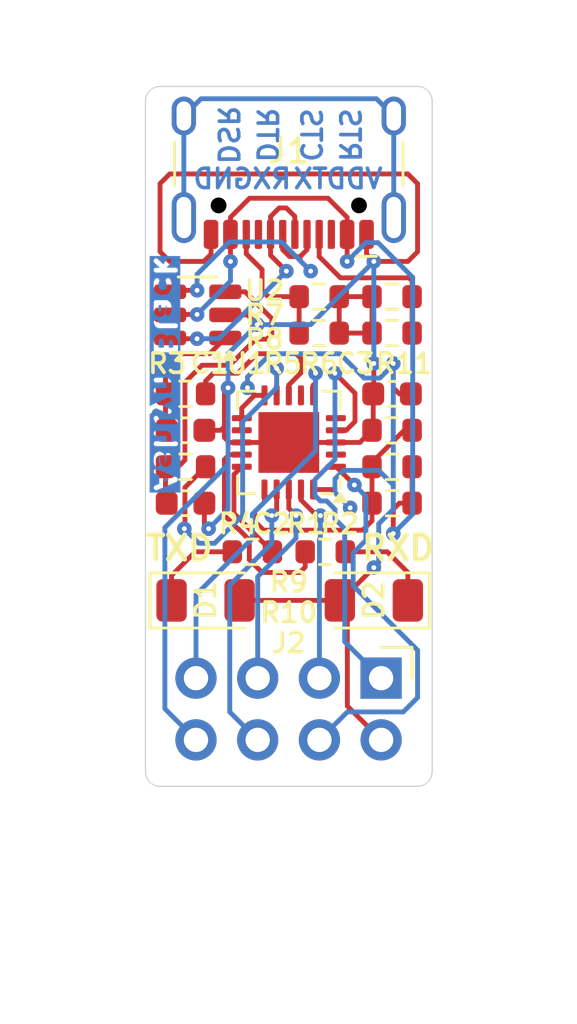
<source format=kicad_pcb>
(kicad_pcb (version 20240108) (generator "pcbnew") (generator_version "8.0")
  (title_block (title "USB to SIO Transceiver") (date "2024-07-09") (rev "0") (company "Ashlyn Black"))
  (layers (0 "F.Cu" signal) (31 "B.Cu" signal) (34 "B.Paste" user) (35 "F.Paste" user) (36 "B.SilkS" user "B.Silkscreen") (37 "F.SilkS" user "F.Silkscreen") (38 "B.Mask" user) (39 "F.Mask" user) (44 "Edge.Cuts" user))
  (net 0 "")
  (net 1 "GND")
  (net 2 "VCC")
  (net 3 "Net-(C2-Pad1)")
  (net 4 "Net-(D1-K)")
  (net 5 "Net-(D2-K)")
  (net 6 "Net-(J1-CC1)")
  (net 7 "Net-(J1-D+-PadA6)")
  (net 8 "VBUS")
  (net 9 "Net-(J1-D--PadA7)")
  (net 12 "Net-(J1-CC2)")
  (net 13 "unconnected-(J1-SHIELD-PadS1)_1")
  (net 14 "/RXD")
  (net 15 "/RTS")
  (net 16 "/CTS")
  (net 17 "/TXD")
  (net 18 "/DTR")
  (net 19 "/DSR")
  (net 20 "Net-(U1-CBUS0)")
  (net 21 "Net-(U1-CBUS1)")
  (net 22 "Net-(U1-USBDP)")
  (net 23 "Net-(U1-USBDM)")
  (net 24 "Net-(U1-CBUS3)")
  (net 28 "Net-(C1-Pad1)")
  (footprint "Resistor_SMD:R_0603_1608Metric" (layer "F.Cu") (at 156.75 110.75)
    (property "Reference" "R2")
    (property "Value" "10kΩ")
  )
  (footprint "Resistor_SMD:R_0603_1608Metric" (layer "F.Cu") (at 156.75 109.25)
    (property "Reference" "R1")
    (property "Value" "10kΩ")
  )
  (footprint "Connector_USB:USB_C_Receptacle_HCTL_HC-TYPE-C-16P-01A" (layer "F.Cu") (at 152.5 95.89 180)
    (property "Reference" "J1")
    (property "Value" "USB_C_Receptacle_USB2.0_16P")
  )
  (footprint "Resistor_SMD:R_0603_1608Metric" (layer "F.Cu") (at 154 112.75)
    (property "Reference" "R9")
    (property "Value" "220Ω")
  )
  (footprint "Resistor_SMD:R_0603_1608Metric" (layer "F.Cu") (at 156.75 107.75)
    (property "Reference" "R11")
    (property "Value" "10kΩ")
  )
  (footprint "Resistor_SMD:R_0603_1608Metric" (layer "F.Cu") (at 153.75 103.75)
    (property "Reference" "R8")
    (property "Value" "10kΩ")
  )
  (footprint "Resistor_SMD:R_0603_1608Metric" (layer "F.Cu") (at 153.75 102.25)
    (property "Reference" "R7")
    (property "Value" "10kΩ")
  )
  (footprint "Capacitor_SMD:C_0603_1608Metric" (layer "F.Cu") (at 148.25 110.75)
    (property "Reference" "C2")
    (property "Value" "47pF")
  )
  (footprint "Resistor_SMD:R_0603_1608Metric" (layer "F.Cu") (at 148.25 109.25)
    (property "Reference" "R4")
    (property "Value" "27Ω")
  )
  (footprint "Resistor_SMD:R_0603_1608Metric" (layer "F.Cu") (at 156.75 102.25 180)
    (property "Reference" "R5")
    (property "Value" "10kΩ")
  )
  (footprint "LED_SMD:LED_1206_3216Metric" (layer "F.Cu") (at 156 114.75 180)
    (property "Reference" "D2")
    (property "Value" "LED_Filled")
  )
  (footprint "Resistor_SMD:R_0603_1608Metric" (layer "F.Cu") (at 148.25 106.25)
    (property "Reference" "R3")
    (property "Value" "27Ω")
  )
  (footprint "Resistor_SMD:R_0603_1608Metric" (layer "F.Cu") (at 156.75 103.75 180)
    (property "Reference" "R6")
    (property "Value" "10kΩ")
  )
  (footprint "Connector_PinHeader_2.54mm:PinHeader_2x04_P2.54mm_Horizontal" (layer "F.Cu") (at 156.3 117.95 -90)
    (property "Reference" "J2")
    (property "Value" "Conn_02x04_Odd_Even")
  )
  (footprint "Package_TO_SOT_SMD:SOT-23-6" (layer "F.Cu") (at 148.75 103 180)
    (property "Reference" "U2")
    (property "Value" "USBLC6-2SC6")
  )
  (footprint "Capacitor_SMD:C_0603_1608Metric" (layer "F.Cu") (at 148.25 107.75)
    (property "Reference" "C1")
    (property "Value" "47pF")
  )
  (footprint "Package_DFN_QFN:QFN-20-1EP_4x4mm_P0.5mm_EP2.5x2.5mm" (layer "F.Cu") (at 152.5 108.25 180)
    (property "Reference" "U1")
    (property "Value" "FT231XQ")
  )
  (footprint "Resistor_SMD:R_0603_1608Metric" (layer "F.Cu") (at 151 112.75 180)
    (property "Reference" "R10")
    (property "Value" "220Ω")
  )
  (footprint "Capacitor_SMD:C_0603_1608Metric" (layer "F.Cu") (at 156.75 106.25 180)
    (property "Reference" "C3")
    (property "Value" "10µF")
  )
  (footprint "LED_SMD:LED_1206_3216Metric" (layer "F.Cu") (at 149.075 114.75)
    (property "Reference" "D1")
    (property "Value" "LED_Filled")
  )
  (gr_poly (pts (xy 148.040039 110.312653) (xy 146.770874 110.312653) (xy 146.770874 109.466698) (xy 146.942429 109.466698) (xy 146.956909 109.502876) (xy 146.984818 109.530777) (xy 147.001862 109.539574) (xy 147.169296 109.60881) (xy 147.170334 109.95298) (xy 146.984299 110.031013) (xy 146.95639 110.058922) (xy 146.941925 110.094566) (xy 146.941925 110.13385) (xy 146.956909 110.170021) (xy 146.984299 110.197411) (xy 147.020462 110.212387) (xy 147.059738 110.211884) (xy 147.078339 110.206192) (xy 147.883469 109.868752) (xy 147.895355 109.863579) (xy 147.895355 109.86306) (xy 147.909302 109.849632) (xy 147.922729 109.836189) (xy 147.922729 109.83567) (xy 147.923248 109.83567) (xy 147.929977 109.817589) (xy 147.93721 109.800018) (xy 147.93721 109.760742) (xy 147.929977 109.742661) (xy 147.923248 109.72509) (xy 147.922729 109.724571) (xy 147.909302 109.711128) (xy 147.895355 109.697182) (xy 147.894836 109.696663) (xy 147.878296 109.687881) (xy 147.059738 109.348877) (xy 147.020462 109.348877) (xy 146.984299 109.36335) (xy 146.956909 109.391258) (xy 146.941925 109.42691) (xy 146.941925 109.466187) (xy 146.770874 109.466187) (xy 146.770874 108.875519) (xy 146.93985 108.875519) (xy 146.941925 109.073959) (xy 146.941925 109.085327) (xy 146.942429 109.086357) (xy 146.947601 109.102898) (xy 146.994629 109.215561) (xy 147.0215 109.243462) (xy 147.057678 109.258957) (xy 147.096436 109.259483) (xy 147.132599 109.24501) (xy 147.161026 109.217621) (xy 147.17601 109.181969) (xy 147.176529 109.142693) (xy 147.170334 109.124092) (xy 147.139847 109.049667) (xy 147.138809 108.897751) (xy 147.157928 108.847618) (xy 147.173431 108.837799) (xy 147.187912 108.846588) (xy 147.207031 108.891541) (xy 147.209091 109.027451) (xy 147.209091 109.037788) (xy 147.20961 109.038818) (xy 147.214249 109.055359) (xy 147.251968 109.145279) (xy 147.254044 109.154579) (xy 147.258179 109.160263) (xy 147.261292 109.168533) (xy 147.269028 109.177322) (xy 147.27626 109.187653) (xy 147.286606 109.195396) (xy 147.288666 109.197472) (xy 147.289703 109.19799) (xy 147.291763 109.20005) (xy 147.361008 109.241386) (xy 147.364639 109.245529) (xy 147.373932 109.249657) (xy 147.384781 109.255348) (xy 147.392532 109.256378) (xy 147.400803 109.259483) (xy 147.420441 109.261551) (xy 147.424072 109.261551) (xy 147.451447 109.260513) (xy 147.455582 109.261551) (xy 147.463333 109.260513) (xy 147.477798 109.260002) (xy 147.48555 109.256897) (xy 147.49382 109.255859) (xy 147.511398 109.247078) (xy 147.513458 109.24501) (xy 147.582199 109.200569) (xy 147.589951 109.196442) (xy 147.595108 109.191269) (xy 147.601822 109.186623) (xy 147.60907 109.176277) (xy 147.61734 109.167503) (xy 147.623016 109.155609) (xy 147.624039 109.153542) (xy 147.624557 109.15303) (xy 147.625595 109.149933) (xy 147.665909 109.043991) (xy 147.669006 109.036758) (xy 147.669006 109.034691) (xy 147.671082 109.017639) (xy 147.669006 108.865189) (xy 147.669006 108.85537) (xy 147.668488 108.85434) (xy 147.66333 108.837799) (xy 147.616287 108.725151) (xy 147.588898 108.697243) (xy 147.553253 108.68174) (xy 147.513977 108.681221) (xy 147.477798 108.695686) (xy 147.44989 108.723084) (xy 147.434921 108.758743) (xy 147.434387 108.798012) (xy 147.440079 108.816612) (xy 147.471085 108.891029) (xy 147.472122 108.995407) (xy 147.453003 109.045021) (xy 147.4375 109.055359) (xy 147.423019 109.046059) (xy 147.4039 109.001099) (xy 147.40184 108.865189) (xy 147.40184 108.854851) (xy 147.401321 108.85434) (xy 147.396667 108.83728) (xy 147.358948 108.747368) (xy 147.356888 108.738579) (xy 147.352737 108.732384) (xy 147.34964 108.724632) (xy 147.341888 108.716362) (xy 147.334671 108.706543) (xy 147.324844 108.698273) (xy 147.322769 108.696716) (xy 147.321747 108.696213) (xy 147.319672 108.694138) (xy 147.250427 108.652283) (xy 147.246292 108.648148) (xy 147.237503 108.644531) (xy 147.226151 108.637299) (xy 147.218384 108.636261) (xy 147.210632 108.633163) (xy 147.19101 108.631104) (xy 147.187912 108.631607) (xy 147.187378 108.631607) (xy 147.159988 108.632652) (xy 147.155869 108.631607) (xy 147.148102 108.632652) (xy 147.133636 108.632652) (xy 147.125885 108.63575) (xy 147.11763 108.63678) (xy 147.100052 108.64608) (xy 147.097992 108.648148) (xy 147.029251 108.692589) (xy 147.0215 108.696716) (xy 147.016342 108.701378) (xy 147.009094 108.706543) (xy 147.00238 108.716362) (xy 146.99411 108.724632) (xy 146.988419 108.736) (xy 146.987396 108.738068) (xy 146.986877 108.739098) (xy 146.98584 108.742203) (xy 146.945541 108.848137) (xy 146.942429 108.854851) (xy 146.942429 108.857437) (xy 146.940369 108.874489) (xy 146.770874 108.874489) (xy 146.770874 107.854919) (xy 146.942429 107.854919) (xy 146.942429 107.894188) (xy 146.957428 107.929848) (xy 146.984818 107.957748) (xy 147.020981 107.97274) (xy 147.0401 107.9748) (xy 147.428711 107.97274) (xy 147.455063 107.988243) (xy 147.473679 108.033722) (xy 147.474701 108.1381) (xy 147.450409 108.20166) (xy 147.448349 108.203728) (xy 147.019958 108.204758) (xy 146.98378 108.219749) (xy 146.95639 108.247139) (xy 146.941406 108.28331) (xy 146.941406 108.322067) (xy 146.95639 108.358238) (xy 146.98378 108.386147) (xy 147.019958 108.40062) (xy 147.039581 108.402687) (xy 147.48555 108.401649) (xy 147.487625 108.402687) (xy 147.49382 108.401649) (xy 147.858139 108.401138) (xy 147.894318 108.386147) (xy 147.922226 108.358238) (xy 147.93721 108.322594) (xy 147.93721 108.28331) (xy 147.922226 108.247139) (xy 147.894318 108.219749) (xy 147.858139 108.204758) (xy 147.83902 108.202698) (xy 147.660736 108.203209) (xy 147.666946 108.186157) (xy 147.670044 108.179443) (xy 147.670044 108.177383) (xy 147.672104 108.159813) (xy 147.670044 108.007881) (xy 147.670044 107.997543) (xy 147.669525 107.996513) (xy 147.664871 107.979973) (xy 147.627151 107.89006) (xy 147.625092 107.880753) (xy 147.620941 107.875069) (xy 147.617844 107.866798) (xy 147.610092 107.858017) (xy 147.60286 107.847679) (xy 147.592529 107.839928) (xy 147.590454 107.83786) (xy 147.589432 107.837349) (xy 147.587357 107.835281) (xy 147.518112 107.793938) (xy 147.514496 107.789803) (xy 147.505188 107.785667) (xy 147.494339 107.779984) (xy 147.486588 107.778954) (xy 147.478317 107.775848) (xy 147.458679 107.773781) (xy 147.020462 107.775848) (xy 146.984299 107.79084) (xy 146.956909 107.81823) (xy 146.941925 107.854401) (xy 146.770874 107.854401) (xy 146.770874 107.273041) (xy 146.939331 107.273041) (xy 146.941406 107.273041) (xy 146.946579 107.29216) (xy 146.984299 107.38208) (xy 146.98584 107.390862) (xy 146.989975 107.397057) (xy 146.993073 107.404808) (xy 147.000839 107.414124) (xy 147.008072 107.423927) (xy 147.018402 107.432198) (xy 147.020462 107.433746) (xy 147.0215 107.434792) (xy 147.02356 107.436851) (xy 147.092819 107.478188) (xy 147.096436 107.48233) (xy 147.105728 107.485947) (xy 147.116577 107.493179) (xy 147.124329 107.494209) (xy 147.132599 107.497307) (xy 147.152252 107.499382) (xy 147.857101 107.497307) (xy 147.89328 107.48233) (xy 147.921188 107.454941) (xy 147.935654 107.41877) (xy 147.935654 107.379494) (xy 147.921188 107.343323) (xy 147.89328 107.315933) (xy 147.857101 107.300941) (xy 147.837982 107.298882) (xy 147.182739 107.300941) (xy 147.156372 107.285439) (xy 147.12175 107.201729) (xy 147.09436 107.17382) (xy 147.058701 107.158318) (xy 147.01944 107.157799) (xy 146.983261 107.172272) (xy 146.955353 107.199661) (xy 146.93985 107.235832) (xy 146.939331 107.273041) (xy 146.770874 107.273041) (xy 146.770874 107.068916) (xy 146.79155 107.068398) (xy 146.827713 107.052902) (xy 146.855103 107.024986) (xy 146.863892 107.007942) (xy 146.89386 106.928871) (xy 146.909882 106.908203) (xy 147.038559 106.842056) (xy 147.549118 107.067879) (xy 147.587875 107.068916) (xy 147.624557 107.054962) (xy 147.652481 107.028091) (xy 147.668488 106.99295) (xy 147.669525 106.953682) (xy 147.655579 106.917503) (xy 147.628708 106.889076) (xy 147.611649 106.878754) (xy 147.280914 106.732498) (xy 147.628708 106.575409) (xy 147.655579 106.547501) (xy 147.669525 106.510811) (xy 147.668488 106.472054) (xy 147.652481 106.436401) (xy 147.624557 106.409531) (xy 147.587875 106.395569) (xy 147.549118 106.396606) (xy 147.530518 106.40229) (xy 147.013229 106.635353) (xy 147.011169 106.635353) (xy 146.993073 106.642593) (xy 146.817902 106.731468) (xy 146.816864 106.731987) (xy 146.806015 106.737671) (xy 146.785858 106.748009) (xy 146.784821 106.749039) (xy 146.782761 106.750069) (xy 146.770874 106.762482) (xy 146.770874 105.663322) (xy 146.93985 105.663322) (xy 146.93985 105.702591) (xy 146.954834 105.73877) (xy 146.982224 105.766151) (xy 147.018402 105.781143) (xy 147.03804 105.783211) (xy 147.426651 105.781143) (xy 147.452484 105.796638) (xy 147.471603 105.842117) (xy 147.472641 105.946503) (xy 147.448349 106.010071) (xy 147.447311 106.012131) (xy 147.018402 106.013168) (xy 146.982224 106.028152) (xy 146.954834 106.055542) (xy 146.93985 106.091721) (xy 146.93985 106.13047) (xy 146.954834 106.166649) (xy 146.982224 106.19455) (xy 147.018402 106.209541) (xy 147.03804 106.21109) (xy 147.482452 106.209541) (xy 147.486588 106.210052) (xy 147.497452 106.209541) (xy 147.590973 106.209023) (xy 147.626633 106.194031) (xy 147.654541 106.166649) (xy 147.669525 106.13047) (xy 147.669525 106.091202) (xy 147.654541 106.055542) (xy 147.646271 106.047272) (xy 147.666428 105.99456) (xy 147.669525 105.987846) (xy 147.669525 105.986809) (xy 147.670044 105.986298) (xy 147.670044 105.98526) (xy 147.6716 105.968208) (xy 147.670044 105.815758) (xy 147.670044 105.806976) (xy 147.669525 105.805939) (xy 147.669525 105.804909) (xy 147.664352 105.787857) (xy 147.626633 105.698463) (xy 147.624557 105.689163) (xy 147.620438 105.682953) (xy 147.61734 105.675201) (xy 147.609573 105.66642) (xy 147.602341 105.656082) (xy 147.59201 105.648331) (xy 147.589951 105.646263) (xy 147.589432 105.645752) (xy 147.587357 105.643677) (xy 147.518112 105.602341) (xy 147.513977 105.598213) (xy 147.504669 105.59407) (xy 147.49382 105.587868) (xy 147.486069 105.587349) (xy 147.477798 105.584251) (xy 147.458679 105.582191) (xy 147.019958 105.584251) (xy 146.98378 105.599243) (xy 146.95639 105.626633) (xy 146.941406 105.662804) (xy 146.770874 105.662804) (xy 146.770874 104.066002) (xy 146.939331 104.066002) (xy 146.941406 104.463387) (xy 146.95639 104.499557) (xy 146.98378 104.527473) (xy 147.019958 104.542458) (xy 147.039581 104.544006) (xy 147.859177 104.542458) (xy 147.894836 104.527473) (xy 147.922729 104.499557) (xy 147.937729 104.463387) (xy 147.939789 104.444267) (xy 147.937729 104.10527) (xy 147.937729 104.091316) (xy 147.93721 104.090286) (xy 147.932037 104.073753) (xy 147.892761 103.980217) (xy 147.890182 103.96936) (xy 147.886047 103.963676) (xy 147.88501 103.961609) (xy 147.88295 103.959549) (xy 147.878815 103.953339) (xy 147.83696 103.90374) (xy 147.831268 103.89547) (xy 147.828171 103.893921) (xy 147.827133 103.892883) (xy 147.825073 103.891853) (xy 147.816284 103.884621) (xy 147.74704 103.843269) (xy 147.742905 103.839142) (xy 147.734116 103.835007) (xy 147.723267 103.828293) (xy 147.714996 103.827248) (xy 147.707245 103.82415) (xy 147.687622 103.82209) (xy 147.684509 103.82209) (xy 147.619919 103.82312) (xy 147.614227 103.82209) (xy 147.603897 103.82415) (xy 147.590973 103.82415) (xy 147.583221 103.827248) (xy 147.574951 103.828293) (xy 147.557388 103.837593) (xy 147.555313 103.839661) (xy 147.48143 103.887718) (xy 147.456619 103.857742) (xy 147.450928 103.849991) (xy 147.44783 103.847923) (xy 147.446793 103.846893) (xy 147.444733 103.845863) (xy 147.435944 103.839142) (xy 147.36618 103.797279) (xy 147.362564 103.793152) (xy 147.353271 103.789528) (xy 147.342407 103.783333) (xy 147.334671 103.782303) (xy 147.326401 103.779198) (xy 147.306747 103.777641) (xy 147.201859 103.77816) (xy 147.196167 103.777641) (xy 147.185837 103.779198) (xy 147.173431 103.779709) (xy 147.16568 103.782806) (xy 147.15741 103.783852) (xy 147.139847 103.792633) (xy 147.13829 103.794701) (xy 147.137772 103.794701) (xy 147.062851 103.843269) (xy 147.053024 103.848442) (xy 147.049927 103.85154) (xy 147.048889 103.852577) (xy 147.047852 103.854637) (xy 147.0401 103.862389) (xy 147.002899 103.910973) (xy 146.996185 103.917686) (xy 146.993073 103.923889) (xy 146.991013 103.925957) (xy 146.990494 103.928017) (xy 146.987396 103.933708) (xy 146.947083 104.039642) (xy 146.943985 104.046883) (xy 146.943985 104.047401) (xy 146.943481 104.047913) (xy 146.943481 104.04895) (xy 146.941925 104.066002) (xy 146.939331 104.066002) (xy 146.770874 104.066002) (xy 146.770874 103.32238) (xy 146.941406 103.32238) (xy 146.943481 103.32238) (xy 146.948639 103.341499) (xy 146.98584 103.431412) (xy 146.987915 103.440201) (xy 146.99205 103.446403) (xy 146.995148 103.454147) (xy 147.002899 103.463448) (xy 147.010132 103.473267) (xy 147.020462 103.481537) (xy 147.022537 103.483612) (xy 147.023056 103.484123) (xy 147.025116 103.485672) (xy 147.09436 103.527527) (xy 147.098495 103.53167) (xy 147.107803 103.535278) (xy 147.118652 103.542519) (xy 147.126404 103.543549) (xy 147.134674 103.546654) (xy 147.153793 103.548721) (xy 147.859177 103.546654) (xy 147.895355 103.53167) (xy 147.922729 103.503761) (xy 147.937729 103.468102) (xy 147.937729 103.428833) (xy 147.922729 103.392662) (xy 147.895355 103.365273) (xy 147.859177 103.350281) (xy 147.839539 103.348213) (xy 147.184799 103.350281) (xy 147.158447 103.334259) (xy 147.123306 103.25106) (xy 147.096436 103.22316) (xy 147.060257 103.207649) (xy 147.0215 103.207649) (xy 146.985321 103.221611) (xy 146.957428 103.248993) (xy 146.941925 103.285172) (xy 146.941406 103.32238) (xy 146.770874 103.32238) (xy 146.770874 102.591148) (xy 146.93985 102.591148) (xy 146.941925 102.836617) (xy 146.941406 102.847992) (xy 146.941925 102.848503) (xy 146.941925 102.849022) (xy 146.942429 102.850052) (xy 146.947083 102.866592) (xy 146.984818 102.956512) (xy 146.986877 102.965813) (xy 146.991013 102.971489) (xy 146.993591 102.979759) (xy 147.001862 102.988548) (xy 147.008591 102.99836) (xy 147.018921 103.00663) (xy 147.020981 103.008698) (xy 147.022018 103.009216) (xy 147.024078 103.011276) (xy 147.093338 103.05262) (xy 147.097458 103.056763) (xy 147.106262 103.06089) (xy 147.117111 103.066582) (xy 147.125381 103.067612) (xy 147.133118 103.070709) (xy 147.152771 103.072777) (xy 147.155869 103.072777) (xy 147.220459 103.071739) (xy 147.226151 103.072777) (xy 147.236481 103.070709) (xy 147.24939 103.070709) (xy 147.257141 103.067612) (xy 147.265411 103.066582) (xy 147.28299 103.057281) (xy 147.284531 103.055733) (xy 147.285049 103.055206) (xy 147.35379 103.010773) (xy 147.361542 103.00663) (xy 147.366699 103.001984) (xy 147.373413 102.996811) (xy 147.380661 102.987) (xy 147.388397 102.977692) (xy 147.394608 102.966316) (xy 147.39563 102.964256) (xy 147.39563 102.963219) (xy 147.396667 102.960121) (xy 147.436981 102.854698) (xy 147.440079 102.847473) (xy 147.440079 102.846947) (xy 147.440598 102.846443) (xy 147.440598 102.845398) (xy 147.442657 102.827827) (xy 147.440598 102.612343) (xy 147.443695 102.603561) (xy 147.451447 102.608719) (xy 147.470581 102.653679) (xy 147.471603 102.805611) (xy 147.433365 102.904831) (xy 147.433868 102.943588) (xy 147.449387 102.979759) (xy 147.47728 103.007149) (xy 147.513458 103.021622) (xy 147.552216 103.021103) (xy 147.588394 103.0056) (xy 147.615784 102.977692) (xy 147.624557 102.960121) (xy 147.664871 102.854187) (xy 147.667969 102.847473) (xy 147.667969 102.845398) (xy 147.670044 102.827827) (xy 147.667969 102.629387) (xy 147.668488 102.619057) (xy 147.667969 102.618538) (xy 147.667969 102.618027) (xy 147.66745 102.616989) (xy 147.662811 102.600456) (xy 147.625092 102.510536) (xy 147.623016 102.501244) (xy 147.618881 102.495552) (xy 147.615784 102.487282) (xy 147.608032 102.47953) (xy 147.6008 102.4692) (xy 147.590454 102.461449) (xy 147.588394 102.459381) (xy 147.587357 102.458862) (xy 147.5858 102.456802) (xy 147.516052 102.41494) (xy 147.512421 102.411324) (xy 147.503128 102.407188) (xy 147.492279 102.399948) (xy 147.484528 102.398918) (xy 147.476257 102.396332) (xy 147.457138 102.394272) (xy 147.018402 102.396332) (xy 146.982224 102.410797) (xy 146.954834 102.438713) (xy 146.93985 102.474373) (xy 146.93985 102.513641) (xy 146.951218 102.541031) (xy 146.942947 102.562729) (xy 146.93985 102.569969) (xy 146.93985 102.572029) (xy 146.93779 102.5896) (xy 146.770874 102.5896) (xy 146.770874 101.684753) (xy 146.93779 101.684753) (xy 146.93985 101.883186) (xy 146.93985 101.894562) (xy 146.940369 101.895592) (xy 146.945541 101.912132) (xy 146.984299 102.005661) (xy 146.987396 102.01651) (xy 146.991531 102.022202) (xy 146.99205 102.024261) (xy 146.99411 102.026329) (xy 146.998245 102.032532) (xy 147.0401 102.082138) (xy 147.04631 102.090408) (xy 147.048889 102.091957) (xy 147.049927 102.092987) (xy 147.052002 102.094032) (xy 147.061295 102.101257) (xy 147.130539 102.14312) (xy 147.134155 102.146744) (xy 147.143448 102.150871) (xy 147.154312 102.158112) (xy 147.162064 102.159142) (xy 147.170334 102.16172) (xy 147.189453 102.163788) (xy 147.408051 102.16172) (xy 147.415268 102.163788) (xy 147.425613 102.16172) (xy 147.4375 102.16172) (xy 147.44577 102.158623) (xy 147.453522 102.157593) (xy 147.471085 102.148804) (xy 147.47316 102.146744) (xy 147.54808 102.09816) (xy 147.558426 102.091957) (xy 147.561523 102.08886) (xy 147.562042 102.088341) (xy 147.56308 102.086281) (xy 147.571335 102.078011) (xy 147.608032 102.029953) (xy 147.615265 102.022713) (xy 147.618362 102.017029) (xy 147.620438 102.014961) (xy 147.620941 102.012894) (xy 147.624039 102.005661) (xy 147.664352 101.899719) (xy 147.66745 101.893013) (xy 147.66745 101.890938) (xy 147.669525 101.873367) (xy 147.66745 101.674927) (xy 147.66745 101.663559) (xy 147.666946 101.662529) (xy 147.661774 101.645988) (xy 147.614746 101.53334) (xy 147.587357 101.505432) (xy 147.551712 101.489929) (xy 147.512421 101.48941) (xy 147.476257 101.503883) (xy 147.448349 101.531273) (xy 147.433365 101.566933) (xy 147.432846 101.606201) (xy 147.438538 101.624802) (xy 147.469528 101.699219) (xy 147.470581 101.851151) (xy 147.446289 101.91523) (xy 147.427673 101.939507) (xy 147.389954 101.964317) (xy 147.218384 101.965347) (xy 147.181183 101.942612) (xy 147.162064 101.920387) (xy 147.135712 101.856827) (xy 147.134674 101.704903) (xy 147.172913 101.605682) (xy 147.172394 101.566933) (xy 147.156891 101.530746) (xy 147.128983 101.503372) (xy 147.092819 101.488899) (xy 147.053543 101.48941) (xy 147.017883 101.504921) (xy 146.990494 101.532822) (xy 146.98172 101.550392) (xy 146.940887 101.656326) (xy 146.938309 101.663048) (xy 146.93779 101.664078) (xy 146.93779 101.665108) (xy 146.935715 101.682678) (xy 146.770874 101.682678) (xy 146.770874 100.761292) (xy 146.936752 100.761292) (xy 146.937271 100.761292) (xy 146.938309 100.800568) (xy 146.95433 100.83622) (xy 146.967239 100.850693) (xy 147.192551 101.060501) (xy 147.016342 101.060501) (xy 146.980164 101.075478) (xy 146.952255 101.103394) (xy 146.937271 101.139053) (xy 146.937271 101.178322) (xy 146.952255 101.214493) (xy 146.980164 101.241882) (xy 147.016342 101.256866) (xy 147.035461 101.258942) (xy 147.255081 101.258423) (xy 147.256622 101.258423) (xy 147.854523 101.257393) (xy 147.890701 101.242401) (xy 147.91861 101.215012) (xy 147.933075 101.178841) (xy 147.933075 101.139557) (xy 147.91861 101.103912) (xy 147.890701 101.075996) (xy 147.854523 101.061012) (xy 147.835403 101.058952) (xy 147.470062 101.059982) (xy 147.65712 100.824341) (xy 147.667969 100.786613) (xy 147.664352 100.747864) (xy 147.645233 100.713753) (xy 147.614746 100.689461) (xy 147.577545 100.678612) (xy 147.538788 100.682739) (xy 147.50415 100.701347) (xy 147.490723 100.715302) (xy 147.330017 100.91787) (xy 147.088165 100.693077) (xy 147.052002 100.679131) (xy 147.012711 100.680161) (xy 146.977066 100.696182) (xy 146.950699 100.724602) (xy 146.936752 100.761292) (xy 146.770874 100.761292) (xy 146.770874 100.577843) (xy 148.0354 100.577843)) (stroke (width -0.000001)) (fill solid) (layer "B.Cu"))
  (gr_poly (pts (xy 147.69519 104.0448) (xy 147.713898 104.067101) (xy 147.740402 104.130402) (xy 147.741409 104.347801) (xy 147.558609 104.348305) (xy 147.557602 104.137108) (xy 147.582199 104.072708) (xy 147.6008 104.04821) (xy 147.639206 104.023308) (xy 147.6586 104.022911)) (stroke (width -0.000001)) (fill solid) (layer "B.Cu"))
  (gr_poly (pts (xy 147.582687 109.780502) (xy 147.368286 109.870399) (xy 147.367584 109.691399)) (stroke (width -0.000001)) (fill solid) (layer "B.Cu"))
  (gr_poly (pts (xy 147.246689 102.806) (xy 147.227493 102.856201) (xy 147.203186 102.872002) (xy 147.183884 102.872398) (xy 147.158981 102.857399) (xy 147.140182 102.812401) (xy 147.139175 102.613098) (xy 147.146179 102.594795) (xy 147.245575 102.594292)) (stroke (width -0.000001)) (fill solid) (layer "B.Cu"))
  (gr_poly (pts (xy 147.314285 103.9972) (xy 147.329788 104.015701) (xy 147.35939 104.121803) (xy 147.360397 104.348701) (xy 147.139603 104.349304) (xy 147.138596 104.089607) (xy 147.163193 104.025009) (xy 147.1819 104.00061) (xy 147.220001 103.975807) (xy 147.277206 103.975006)) (stroke (width -0.000001)) (fill solid) (layer "B.Cu"))
  (gr_line (start 158.4 94.2) (end 158.4 121.8) (stroke (width 0.05)) (layer "Edge.Cuts"))
  (gr_arc (start 147.2 122.4) (mid 146.775736 122.224264) (end 146.6 121.8) (stroke (width 0.05)) (layer "Edge.Cuts"))
  (gr_line (start 146.6 121.8) (end 146.6 94.2) (stroke (width 0.05)) (layer "Edge.Cuts"))
  (gr_arc (start 158.4 121.8) (mid 158.224264 122.224264) (end 157.8 122.4) (stroke (width 0.05)) (layer "Edge.Cuts"))
  (gr_line (start 157.8 122.4) (end 147.2 122.4) (stroke (width 0.05)) (layer "Edge.Cuts"))
  (gr_arc (start 146.6 94.2) (mid 146.775736 93.775736) (end 147.2 93.6) (stroke (width 0.05)) (layer "Edge.Cuts"))
  (gr_arc (start 157.8 93.6) (mid 158.224264 93.775736) (end 158.4 94.2) (stroke (width 0.05)) (layer "Edge.Cuts"))
  (gr_line (start 147.2 93.6) (end 157.8 93.6) (stroke (width 0.05)) (layer "Edge.Cuts"))
  (gr_text "GND" (at 149.8 97.4 0) (layer "B.Cu") (effects (font (size 0.8 0.8) (thickness 0.15) (bold yes)) (justify mirror)))
  (gr_text "RTS" (at 155 95.6 270) (layer "B.Cu") (effects (font (size 0.8 0.8) (thickness 0.15) (bold yes)) (justify mirror)))
  (gr_text "DTR" (at 151.6 95.6 270) (layer "B.Cu") (effects (font (size 0.8 0.8) (thickness 0.15) (bold yes)) (justify mirror)))
  (gr_text "DSR" (at 150 95.6 270) (layer "B.Cu") (effects (font (size 0.8 0.8) (thickness 0.15) (bold yes)) (justify mirror)))
  (gr_text "VDD" (at 155.2 97.4 0) (layer "B.Cu") (effects (font (size 0.8 0.8) (thickness 0.15) (bold yes)) (justify mirror)))
  (gr_text "TX" (at 153.4 97.4 0) (layer "B.Cu") (effects (font (size 0.8 0.8) (thickness 0.15) (bold yes)) (justify mirror)))
  (gr_text "CTS" (at 153.4 95.6 270) (layer "B.Cu") (effects (font (size 0.8 0.8) (thickness 0.15) (bold yes)) (justify mirror)))
  (gr_text "RX" (at 151.8 97.4 0) (layer "B.Cu") (effects (font (size 0.8 0.8) (thickness 0.15) (bold yes)) (justify mirror)))
  (gr_text "TXD" (at 148 112.6 0) (layer "F.SilkS") (effects (font (size 1 1) (thickness 0.2) (bold yes))))
  (gr_text "RXD" (at 157 112.6 0) (layer "F.SilkS") (effects (font (size 1 1) (thickness 0.2) (bold yes))))
  (segment (start 157.8 97.6) (end 157.8 100.4) (width 0.2) (layer "F.Cu") (net 1))
  (segment (start 156 100.8) (end 155.7 100.5) (width 0.2) (layer "F.Cu") (net 1))
  (segment (start 149.85 108.05) (end 150.05 108.25) (width 0.2) (layer "F.Cu") (net 1))
  (segment (start 150.8 103) (end 149.8875 103) (width 0.2) (layer "F.Cu") (net 1))
  (segment (start 155.925 103.75) (end 154.575 103.75) (width 0.2) (layer "F.Cu") (net 1))
  (segment (start 149.025 110.75) (end 149.025 111.625) (width 0.2) (layer "F.Cu") (net 1))
  (segment (start 149 100.8) (end 147.6 100.8) (width 0.2) (layer "F.Cu") (net 1))
  (segment (start 155.925 102.25) (end 156.05 102.25) (width 0.2) (layer "F.Cu") (net 1))
  (segment (start 155.975 107.7) (end 155.925 107.75) (width 0.2) (layer "F.Cu") (net 1))
  (segment (start 149.85 106.15) (end 150 106) (width 0.2) (layer "F.Cu") (net 1))
  (segment (start 149.025 107.75) (end 149.7 107.75) (width 0.2) (layer "F.Cu") (net 1))
  (segment (start 149.85 107.6) (end 149.85 108.05) (width 0.2) (layer "F.Cu") (net 1))
  (segment (start 149.7 107.75) (end 149.85 107.6) (width 0.2) (layer "F.Cu") (net 1))
  (segment (start 155.925 102.25) (end 155.925 103.75) (width 0.2) (layer "F.Cu") (net 1))
  (segment (start 154.4375 108.25) (end 152.5 108.25) (width 0.2) (layer "F.Cu") (net 1))
  (segment (start 156 103.825) (end 155.925 103.75) (width 0.2) (layer "F.Cu") (net 1))
  (segment (start 147.6 97.2) (end 157.4 97.2) (width 0.2) (layer "F.Cu") (net 1))
  (segment (start 154.575 103.75) (end 154.575 102.25) (width 0.2) (layer "F.Cu") (net 1))
  (segment (start 147.2 100.4) (end 147.2 97.6) (width 0.2) (layer "F.Cu") (net 1))
  (segment (start 155.925 107.75) (end 155.425 108.25) (width 0.2) (layer "F.Cu") (net 1))
  (segment (start 150.05 108.25) (end 150.5625 108.25) (width 0.2) (layer "F.Cu") (net 1))
  (segment (start 156 105) (end 156 103.825) (width 0.2) (layer "F.Cu") (net 1))
  (segment (start 149.3 100.5) (end 149 100.8) (width 0.2) (layer "F.Cu") (net 1))
  (segment (start 147.6 100.8) (end 147.2 100.4) (width 0.2) (layer "F.Cu") (net 1))
  (segment (start 151.2 103.4) (end 150.8 103) (width 0.2) (layer "F.Cu") (net 1))
  (segment (start 157.4 97.2) (end 157.8 97.6) (width 0.2) (layer "F.Cu") (net 1))
  (segment (start 149.025 111.625) (end 149.2 111.8) (width 0.2) (layer "F.Cu") (net 1))
  (segment (start 157.4 100.8) (end 156 100.8) (width 0.2) (layer "F.Cu") (net 1))
  (segment (start 155.975 106.25) (end 155.975 107.7) (width 0.2) (layer "F.Cu") (net 1))
  (segment (start 150.5625 108.25) (end 152.5 108.25) (width 0.2) (layer "F.Cu") (net 1))
  (segment (start 154.575 102.25) (end 155.925 102.25) (width 0.2) (layer "F.Cu") (net 1))
  (segment (start 155.7 100.5) (end 155.7 99.635) (width 0.2) (layer "F.Cu") (net 1))
  (segment (start 147.2 97.6) (end 147.6 97.2) (width 0.2) (layer "F.Cu") (net 1))
  (segment (start 156 105) (end 156 106.225) (width 0.2) (layer "F.Cu") (net 1))
  (segment (start 157.8 100.4) (end 157.4 100.8) (width 0.2) (layer "F.Cu") (net 1))
  (segment (start 155.425 108.25) (end 154.4375 108.25) (width 0.2) (layer "F.Cu") (net 1))
  (segment (start 149.85 107.6) (end 149.85 106.15) (width 0.2) (layer "F.Cu") (net 1))
  (segment (start 149.3 99.635) (end 149.3 100.5) (width 0.2) (layer "F.Cu") (net 1))
  (segment (start 156 106.225) (end 155.975 106.25) (width 0.2) (layer "F.Cu") (net 1))
  (via (at 150 106) (size 0.6) (drill 0.2) (layers "F.Cu" "B.Cu") (net 1))
  (via (at 149.2 111.8) (size 0.6) (drill 0.2) (layers "F.Cu" "B.Cu") (net 1))
  (via (at 151.2 103.4) (size 0.6) (drill 0.2) (layers "F.Cu" "B.Cu") (net 1))
  (via (at 156 105) (size 0.6) (drill 0.2) (layers "F.Cu" "B.Cu") (net 1))
  (via (at 156 100.8) (size 0.6) (drill 0.2) (layers "F.Cu" "B.Cu") (net 1))
  (segment (start 150 106) (end 150 104.6) (width 0.2) (layer "B.Cu") (net 1))
  (segment (start 153.4 103.4) (end 151.2 103.4) (width 0.2) (layer "B.Cu") (net 1))
  (segment (start 150 108.8) (end 150 109.151471) (width 0.2) (layer "B.Cu") (net 1))
  (segment (start 156 100.8) (end 156 105) (width 0.2) (layer "B.Cu") (net 1))
  (segment (start 150 108.8) (end 150 106) (width 0.2) (layer "B.Cu") (net 1))
  (segment (start 149.2 111.8) (end 150 111) (width 0.2) (layer "B.Cu") (net 1))
  (segment (start 150 104.6) (end 151.2 103.4) (width 0.2) (layer "B.Cu") (net 1))
  (segment (start 147.4 119.21) (end 148.68 120.49) (width 0.2) (layer "B.Cu") (net 1))
  (segment (start 150 109.151471) (end 147.4 111.751471) (width 0.2) (layer "B.Cu") (net 1))
  (segment (start 150 111) (end 150 108.8) (width 0.2) (layer "B.Cu") (net 1))
  (segment (start 153.8 103) (end 153.4 103.4) (width 0.2) (layer "B.Cu") (net 1))
  (segment (start 156 100.8) (end 153.8 103) (width 0.2) (layer "B.Cu") (net 1))
  (segment (start 147.4 111.751471) (end 147.4 119.21) (width 0.2) (layer "B.Cu") (net 1))
  (segment (start 154.6 114.75) (end 154.91 115.06) (width 0.2) (layer "F.Cu") (net 2))
  (segment (start 150.5625 107.25) (end 150.5625 106.8375) (width 0.2) (layer "F.Cu") (net 2))
  (segment (start 154.272564 110.1875) (end 153.5 110.1875) (width 0.2) (layer "F.Cu") (net 2))
  (segment (start 150.475 114.75) (end 154.6 114.75) (width 0.2) (layer "F.Cu") (net 2))
  (segment (start 154.6 114.75) (end 154.65 114.75) (width 0.2) (layer "F.Cu") (net 2))
  (segment (start 150.5625 106.8375) (end 151.0875 106.3125) (width 0.2) (layer "F.Cu") (net 2))
  (segment (start 151.5 106.3125) (end 151.0875 106.3125) (width 0.2) (layer "F.Cu") (net 2))
  (segment (start 151.0875 106.3125) (end 151.0875 106.2875) (width 0.2) (layer "F.Cu") (net 2))
  (segment (start 154.91 115.06) (end 154.91 119.1) (width 0.2) (layer "F.Cu") (net 2))
  (segment (start 157.525 106.25) (end 157.05 106.25) (width 0.2) (layer "F.Cu") (net 2))
  (segment (start 151.0875 106.2875) (end 150.8 106) (width 0.2) (layer "F.Cu") (net 2))
  (segment (start 156.8 106) (end 156.8 105) (width 0.2) (layer "F.Cu") (net 2))
  (segment (start 154.91 119.1) (end 156.3 120.49) (width 0.2) (layer "F.Cu") (net 2))
  (segment (start 154.65 114.75) (end 156 113.4) (width 0.2) (layer "F.Cu") (net 2))
  (segment (start 150.5625 107.25) (end 150.5625 107.75) (width 0.2) (layer "F.Cu") (net 2))
  (segment (start 155.025 110.939936) (end 154.272564 110.1875) (width 0.2) (layer "F.Cu") (net 2))
  (segment (start 157.05 106.25) (end 156.8 106) (width 0.2) (layer "F.Cu") (net 2))
  (via (at 156.8 105) (size 0.6) (drill 0.2) (layers "F.Cu" "B.Cu") (net 2))
  (via (at 155.025 110.939936) (size 0.6) (drill 0.2) (layers "F.Cu" "B.Cu") (net 2))
  (via (at 156 113.4) (size 0.6) (drill 0.2) (layers "F.Cu" "B.Cu") (net 2))
  (via (at 150.8 106) (size 0.6) (drill 0.2) (layers "F.Cu" "B.Cu") (net 2))
  (segment (start 154.751471 109.4) (end 154.4 109.751471) (width 0.2) (layer "B.Cu") (net 2))
  (segment (start 150.8 105.551471) (end 151.751471 104.6) (width 0.2) (layer "B.Cu") (net 2))
  (segment (start 156.8 111) (end 156.2 111.6) (width 0.2) (layer "B.Cu") (net 2))
  (segment (start 156.8 110) (end 156.8 111) (width 0.2) (layer "B.Cu") (net 2))
  (segment (start 151.751471 104.6) (end 154.6 104.6) (width 0.2) (layer "B.Cu") (net 2))
  (segment (start 150.8 106) (end 150.8 105.551471) (width 0.2) (layer "B.Cu") (net 2))
  (segment (start 154.6 104.6) (end 155.6 105.6) (width 0.2) (layer "B.Cu") (net 2))
  (segment (start 156.8 110) (end 156.2 109.4) (width 0.2) (layer "B.Cu") (net 2))
  (segment (start 156.2 113.2) (end 156 113.4) (width 0.2) (layer "B.Cu") (net 2))
  (segment (start 155.6 105.6) (end 156.248529 105.6) (width 0.2) (layer "B.Cu") (net 2))
  (segment (start 154.4 110.314936) (end 155.025 110.939936) (width 0.2) (layer "B.Cu") (net 2))
  (segment (start 154.4 109.751471) (end 154.4 110.314936) (width 0.2) (layer "B.Cu") (net 2))
  (segment (start 156.248529 105.6) (end 156.8 105.048529) (width 0.2) (layer "B.Cu") (net 2))
  (segment (start 156.8 110) (end 156.8 105) (width 0.2) (layer "B.Cu") (net 2))
  (segment (start 156.8 105.048529) (end 156.8 105) (width 0.2) (layer "B.Cu") (net 2))
  (segment (start 156.2 111.6) (end 156.2 113.2) (width 0.2) (layer "B.Cu") (net 2))
  (segment (start 156.2 109.4) (end 154.751471 109.4) (width 0.2) (layer "B.Cu") (net 2))
  (segment (start 150.698529 102.05) (end 151.8 103.151471) (width 0.2) (layer "F.Cu") (net 3))
  (segment (start 147.95 109.25) (end 147.425 109.25) (width 0.2) (layer "F.Cu") (net 3))
  (segment (start 151.8 103.151471) (end 151.8 103.8) (width 0.2) (layer "F.Cu") (net 3))
  (segment (start 151.8 103.8) (end 151.6 104) (width 0.2) (layer "F.Cu") (net 3))
  (segment (start 147.425 109.25) (end 147.425 110.7) (width 0.2) (layer "F.Cu") (net 3))
  (segment (start 149.8875 102.05) (end 150.698529 102.05) (width 0.2) (layer "F.Cu") (net 3))
  (segment (start 148.927 105.073) (end 148.225 105.775) (width 0.2) (layer "F.Cu") (net 3))
  (segment (start 150.067552 105.073) (end 148.927 105.073) (width 0.2) (layer "F.Cu") (net 3))
  (segment (start 151.140552 104) (end 150.067552 105.073) (width 0.2) (layer "F.Cu") (net 3))
  (segment (start 148.225 108.975) (end 147.95 109.25) (width 0.2) (layer "F.Cu") (net 3))
  (segment (start 148.225 105.775) (end 148.225 108.975) (width 0.2) (layer "F.Cu") (net 3))
  (segment (start 147.425 110.7) (end 147.475 110.75) (width 0.2) (layer "F.Cu") (net 3))
  (segment (start 151.6 104) (end 151.140552 104) (width 0.2) (layer "F.Cu") (net 3))
  (segment (start 148.65 112.75) (end 147.675 113.725) (width 0.2) (layer "F.Cu") (net 4))
  (segment (start 147.675 113.725) (end 147.675 114.75) (width 0.2) (layer "F.Cu") (net 4))
  (segment (start 150.175 112.75) (end 148.65 112.75) (width 0.2) (layer "F.Cu") (net 4))
  (segment (start 157.4 113.6) (end 157.4 114.75) (width 0.2) (layer "F.Cu") (net 5))
  (segment (start 154.825 112.75) (end 156.55 112.75) (width 0.2) (layer "F.Cu") (net 5))
  (segment (start 156.55 112.75) (end 157.4 113.6) (width 0.2) (layer "F.Cu") (net 5))
  (segment (start 157.575 102.25) (end 157.575 103.75) (width 0.2) (layer "F.Cu") (net 6))
  (segment (start 157.575 101.6) (end 157.575 102.25) (width 0.2) (layer "F.Cu") (net 6))
  (segment (start 154.625 101.475) (end 157.45 101.475) (width 0.2) (layer "F.Cu") (net 6))
  (segment (start 153.75 99.635) (end 153.75 100.6) (width 0.2) (layer "F.Cu") (net 6))
  (segment (start 153.75 100.6) (end 154.625 101.475) (width 0.2) (layer "F.Cu") (net 6))
  (segment (start 157.45 101.475) (end 157.575 101.6) (width 0.2) (layer "F.Cu") (net 6))
  (segment (start 152.39741 98.6) (end 152.75 98.95259) (width 0.2) (layer "F.Cu") (net 7))
  (segment (start 151.75 99.635) (end 151.75 100.55) (width 0.2) (layer "F.Cu") (net 7))
  (segment (start 151.75 98.95259) (end 152.10259 98.6) (width 0.2) (layer "F.Cu") (net 7))
  (segment (start 151.75 99.635) (end 151.75 98.95259) (width 0.2) (layer "F.Cu") (net 7))
  (segment (start 151.75 100.55) (end 152.4 101.2) (width 0.2) (layer "F.Cu") (net 7))
  (segment (start 147.643579 103.981079) (end 147.6125 103.95) (width 0.2) (layer "F.Cu") (net 7))
  (segment (start 152.10259 98.6) (end 152.39741 98.6) (width 0.2) (layer "F.Cu") (net 7))
  (segment (start 152.75 98.95259) (end 152.75 99.635) (width 0.2) (layer "F.Cu") (net 7))
  (segment (start 148.725001 103.981079) (end 147.643579 103.981079) (width 0.2) (layer "F.Cu") (net 7))
  (via (at 148.725001 103.981079) (size 0.6) (drill 0.2) (layers "F.Cu" "B.Cu") (net 7))
  (via (at 152.4 101.2) (size 0.6) (drill 0.2) (layers "F.Cu" "B.Cu") (net 7))
  (segment (start 152.4 101.2) (end 149.618921 103.981079) (width 0.2) (layer "B.Cu") (net 7))
  (segment (start 149.618921 103.981079) (end 148.725001 103.981079) (width 0.2) (layer "B.Cu") (net 7))
  (segment (start 150.1 99.635) (end 150.1 98.985001) (width 0.2) (layer "F.Cu") (net 8))
  (segment (start 150.1 99.635) (end 150.1 100.8) (width 0.2) (layer "F.Cu") (net 8))
  (segment (start 154.114999 98.2) (end 154.9 98.985001) (width 0.2) (layer "F.Cu") (net 8))
  (segment (start 157.575 110.75) (end 157.05 110.75) (width 0.2) (layer "F.Cu") (net 8))
  (segment (start 156.8 111) (end 156.8 112) (width 0.2) (layer "F.Cu") (net 8))
  (segment (start 150.1 98.985001) (end 150.885001 98.2) (width 0.2) (layer "F.Cu") (net 8))
  (segment (start 150.885001 98.2) (end 154.114999 98.2) (width 0.2) (layer "F.Cu") (net 8))
  (segment (start 154.9 98.985001) (end 154.9 99.635) (width 0.2) (layer "F.Cu") (net 8))
  (segment (start 148.725 102.982589) (end 147.629911 102.982589) (width 0.2) (layer "F.Cu") (net 8))
  (segment (start 157.575 109.25) (end 157.575 110.75) (width 0.2) (layer "F.Cu") (net 8))
  (segment (start 154.9 99.635) (end 154.9 100.8) (width 0.2) (layer "F.Cu") (net 8))
  (segment (start 157.05 110.75) (end 156.8 111) (width 0.2) (layer "F.Cu") (net 8))
  (segment (start 147.629911 102.982589) (end 147.6125 103) (width 0.2) (layer "F.Cu") (net 8))
  (via (at 154.9 100.8) (size 0.6) (drill 0.2) (layers "F.Cu" "B.Cu") (net 8))
  (via (at 156.8 112) (size 0.6) (drill 0.2) (layers "F.Cu" "B.Cu") (net 8))
  (via (at 150.1 100.8) (size 0.6) (drill 0.2) (layers "F.Cu" "B.Cu") (net 8))
  (via (at 148.725 102.982589) (size 0.6) (drill 0.2) (layers "F.Cu" "B.Cu") (net 8))
  (segment (start 155.671815 100.028185) (end 156.171814 100.028185) (width 0.2) (layer "B.Cu") (net 8))
  (segment (start 157.6 111.2) (end 156.8 112) (width 0.2) (layer "B.Cu") (net 8))
  (segment (start 150.1 100.8) (end 150.1 101.607589) (width 0.2) (layer "B.Cu") (net 8))
  (segment (start 154.9 100.8) (end 155.671815 100.028185) (width 0.2) (layer "B.Cu") (net 8))
  (segment (start 156.171814 100.028185) (end 157.6 101.456371) (width 0.2) (layer "B.Cu") (net 8))
  (segment (start 157.6 101.456371) (end 157.6 111.2) (width 0.2) (layer "B.Cu") (net 8))
  (segment (start 150.1 101.607589) (end 148.725 102.982589) (width 0.2) (layer "B.Cu") (net 8))
  (segment (start 152.25 100.31741) (end 152.53259 100.6) (width 0.2) (layer "F.Cu") (net 9))
  (segment (start 147.673241 101.989259) (end 147.6125 102.05) (width 0.2) (layer "F.Cu") (net 9))
  (segment (start 152.96741 100.76741) (end 153.4 101.2) (width 0.2) (layer "F.Cu") (net 9))
  (segment (start 152.96741 100.6) (end 152.96741 100.76741) (width 0.2) (layer "F.Cu") (net 9))
  (segment (start 153.25 100.31741) (end 153.25 99.635) (width 0.2) (layer "F.Cu") (net 9))
  (segment (start 152.53259 100.6) (end 152.96741 100.6) (width 0.2) (layer "F.Cu") (net 9))
  (segment (start 152.96741 100.6) (end 153.25 100.31741) (width 0.2) (layer "F.Cu") (net 9))
  (segment (start 152.25 99.635) (end 152.25 100.31741) (width 0.2) (layer "F.Cu") (net 9))
  (segment (start 148.725 101.989259) (end 147.673241 101.989259) (width 0.2) (layer "F.Cu") (net 9))
  (via (at 153.4 101.2) (size 0.6) (drill 0.2) (layers "F.Cu" "B.Cu") (net 9))
  (via (at 148.725 101.989259) (size 0.6) (drill 0.2) (layers "F.Cu" "B.Cu") (net 9))
  (segment (start 152.2 100) (end 150.051471 100) (width 0.2) (layer "B.Cu") (net 9))
  (segment (start 153.4 101.2) (end 152.2 100) (width 0.2) (layer "B.Cu") (net 9))
  (segment (start 148.725 101.326471) (end 148.725 101.989259) (width 0.2) (layer "B.Cu") (net 9))
  (segment (start 150.051471 100) (end 148.725 101.326471) (width 0.2) (layer "B.Cu") (net 9))
  (segment (start 151.4 101.137552) (end 151.4 102) (width 0.2) (layer "F.Cu") (net 12))
  (segment (start 151.4 102) (end 151.65 102.25) (width 0.2) (layer "F.Cu") (net 12))
  (segment (start 150.75 99.635) (end 150.75 100.487552) (width 0.2) (layer "F.Cu") (net 12))
  (segment (start 151.65 102.25) (end 152.925 102.25) (width 0.2) (layer "F.Cu") (net 12))
  (segment (start 152.925 102.25) (end 152.925 103.75) (width 0.2) (layer "F.Cu") (net 12))
  (segment (start 150.75 100.487552) (end 151.4 101.137552) (width 0.2) (layer "F.Cu") (net 12))
  (segment (start 156.111087 94.106087) (end 156.82 94.815) (width 0.2) (layer "B.Cu") (net 13))
  (segment (start 148.18 94.815) (end 148.18 98.995) (width 0.2) (layer "B.Cu") (net 13))
  (segment (start 156.82 94.815) (end 156.82 98.995) (width 0.2) (layer "B.Cu") (net 13))
  (segment (start 148.18 94.815) (end 148.888913 94.106087) (width 0.2) (layer "B.Cu") (net 13))
  (segment (start 148.888913 94.106087) (end 156.111087 94.106087) (width 0.2) (layer "B.Cu") (net 13))
  (segment (start 152 110.976511) (end 152 111.059306) (width 0.2) (layer "F.Cu") (net 14))
  (segment (start 152 110.1875) (end 152 110.972313) (width 0.2) (layer "F.Cu") (net 14))
  (segment (start 152 110.972313) (end 152 110.976511) (width 0.2) (layer "F.Cu") (net 14))
  (segment (start 152 111.059306) (end 151.8 111.259306) (width 0.2) (layer "F.Cu") (net 14))
  (via (at 151.8 111.259306) (size 0.6) (drill 0.2) (layers "F.Cu" "B.Cu") (net 14))
  (segment (start 151.8 111.259306) (end 151.8 112.4) (width 0.2) (layer "B.Cu") (net 14))
  (segment (start 150.07 114.13) (end 150.07 119.34) (width 0.2) (layer "B.Cu") (net 14))
  (segment (start 151.8 112.4) (end 150.07 114.13) (width 0.2) (layer "B.Cu") (net 14))
  (segment (start 150.07 119.34) (end 151.22 120.49) (width 0.2) (layer "B.Cu") (net 14))
  (segment (start 155.225 107.389386) (end 155.225 106.425) (width 0.2) (layer "F.Cu") (net 15))
  (segment (start 154.4375 107.75) (end 154.864386 107.75) (width 0.2) (layer "F.Cu") (net 15))
  (segment (start 154.864386 107.75) (end 155.225 107.389386) (width 0.2) (layer "F.Cu") (net 15))
  (segment (start 155.225 106.225) (end 154.4 105.4) (width 0.2) (layer "F.Cu") (net 15))
  (segment (start 155.225 106.425) (end 155.225 106.225) (width 0.2) (layer "F.Cu") (net 15))
  (via (at 154.4 105.4) (size 0.6) (drill 0.2) (layers "F.Cu" "B.Cu") (net 15))
  (segment (start 154.4 111.4) (end 154.8 111.8) (width 0.2) (layer "B.Cu") (net 15))
  (segment (start 153.8 110.659306) (end 154.059306 110.659306) (width 0.2) (layer "B.Cu") (net 15))
  (segment (start 154.4 111) (end 154.4 111.4) (width 0.2) (layer "B.Cu") (net 15))
  (segment (start 154.4 108.951471) (end 153.575735 109.775736) (width 0.2) (layer "B.Cu") (net 15))
  (segment (start 153.575735 109.775736) (end 153.575735 110.435041) (width 0.2) (layer "B.Cu") (net 15))
  (segment (start 154.4 105.4) (end 154.4 108.951471) (width 0.2) (layer "B.Cu") (net 15))
  (segment (start 154.059306 110.659306) (end 154.4 111) (width 0.2) (layer "B.Cu") (net 15))
  (segment (start 154.8 116.45) (end 156.3 117.95) (width 0.2) (layer "B.Cu") (net 15))
  (segment (start 153.575735 110.435041) (end 153.8 110.659306) (width 0.2) (layer "B.Cu") (net 15))
  (segment (start 154.8 111.8) (end 154.8 116.45) (width 0.2) (layer "B.Cu") (net 15))
  (segment (start 153 110.1875) (end 153 110.614386) (width 0.2) (layer "F.Cu") (net 16))
  (segment (start 153.64492 111.259306) (end 153.8 111.259306) (width 0.2) (layer "F.Cu") (net 16))
  (segment (start 153 110.614386) (end 153.64492 111.259306) (width 0.2) (layer "F.Cu") (net 16))
  (via (at 153.8 111.259306) (size 0.6) (drill 0.2) (layers "F.Cu" "B.Cu") (net 16))
  (segment (start 153.76 112.24) (end 153.76 117.95) (width 0.2) (layer "B.Cu") (net 16))
  (segment (start 153.8 111.259306) (end 153.8 112.2) (width 0.2) (layer "B.Cu") (net 16))
  (segment (start 153.8 112.2) (end 153.76 112.24) (width 0.2) (layer "B.Cu") (net 16))
  (segment (start 154.45 109.25) (end 155.2 110) (width 0.2) (layer "F.Cu") (net 17))
  (segment (start 154.4375 109.25) (end 154.45 109.25) (width 0.2) (layer "F.Cu") (net 17))
  (via (at 155.2 110) (size 0.6) (drill 0.2) (layers "F.Cu" "B.Cu") (net 17))
  (segment (start 155.673 112.273) (end 155.15 112.796) (width 0.2) (layer "B.Cu") (net 17))
  (segment (start 154.91 119.34) (end 153.76 120.49) (width 0.2) (layer "B.Cu") (net 17))
  (segment (start 157.21 119.34) (end 154.91 119.34) (width 0.2) (layer "B.Cu") (net 17))
  (segment (start 157.8 118.75) (end 157.21 119.34) (width 0.2) (layer "B.Cu") (net 17))
  (segment (start 155.15 114.15) (end 157.8 116.8) (width 0.2) (layer "B.Cu") (net 17))
  (segment (start 155.2 110) (end 155.673 110.473) (width 0.2) (layer "B.Cu") (net 17))
  (segment (start 155.15 112.796) (end 155.15 114.15) (width 0.2) (layer "B.Cu") (net 17))
  (segment (start 155.673 110.473) (end 155.673 112.273) (width 0.2) (layer "B.Cu") (net 17))
  (segment (start 157.8 116.8) (end 157.8 118.75) (width 0.2) (layer "B.Cu") (net 17))
  (segment (start 152.5 110.1875) (end 152.5 110.962914) (width 0.2) (layer "F.Cu") (net 18))
  (segment (start 152.5 110.962914) (end 152.796392 111.259306) (width 0.2) (layer "F.Cu") (net 18))
  (via (at 152.796392 111.259306) (size 0.6) (drill 0.2) (layers "F.Cu" "B.Cu") (net 18))
  (segment (start 152.796392 111.259306) (end 152.796392 112.196392) (width 0.2) (layer "B.Cu") (net 18))
  (segment (start 151.22 113.772784) (end 151.22 117.95) (width 0.2) (layer "B.Cu") (net 18))
  (segment (start 152.796392 112.196392) (end 151.22 113.772784) (width 0.2) (layer "B.Cu") (net 18))
  (segment (start 153.5 106.3125) (end 153.5 105.9) (width 0.2) (layer "F.Cu") (net 19))
  (segment (start 153.5 105.9) (end 153.6 105.8) (width 0.2) (layer "F.Cu") (net 19))
  (segment (start 153.6 105.8) (end 153.6 105.4) (width 0.2) (layer "F.Cu") (net 19))
  (via (at 153.6 105.4) (size 0.6) (drill 0.2) (layers "F.Cu" "B.Cu") (net 19))
  (segment (start 148.68 114.52) (end 148.68 117.95) (width 0.2) (layer "B.Cu") (net 19))
  (segment (start 153.6 105.4) (end 153.575735 105.424265) (width 0.2) (layer "B.Cu") (net 19))
  (segment (start 151 112.2) (end 148.68 114.52) (width 0.2) (layer "B.Cu") (net 19))
  (segment (start 153.6 108.6) (end 151 111.2) (width 0.2) (layer "B.Cu") (net 19))
  (segment (start 153.6 105.4) (end 153.6 108.6) (width 0.2) (layer "B.Cu") (net 19))
  (segment (start 151 111.2) (end 151 112.2) (width 0.2) (layer "B.Cu") (net 19))
  (segment (start 150.243872 109.568628) (end 150.5625 109.25) (width 0.2) (layer "F.Cu") (net 20))
  (segment (start 151.037548 111.962452) (end 150.243872 111.168776) (width 0.2) (layer "F.Cu") (net 20))
  (segment (start 151.825 112.75) (end 151.037548 111.962548) (width 0.2) (layer "F.Cu") (net 20))
  (segment (start 150.243872 111.168776) (end 150.243872 109.568628) (width 0.2) (layer "F.Cu") (net 20))
  (segment (start 151.037548 111.962548) (end 151.037548 111.962452) (width 0.2) (layer "F.Cu") (net 20))
  (segment (start 149.85 108.95) (end 149.85 111.25) (width 0.2) (layer "F.Cu") (net 21))
  (segment (start 150.5625 108.75) (end 150.05 108.75) (width 0.2) (layer "F.Cu") (net 21))
  (segment (start 150.875 112.262352) (end 150.875 113.075) (width 0.2) (layer "F.Cu") (net 21))
  (segment (start 153.175 113.375) (end 153.175 112.75) (width 0.2) (layer "F.Cu") (net 21))
  (segment (start 150.412648 111.8) (end 150.875 112.262352) (width 0.2) (layer "F.Cu") (net 21))
  (segment (start 151.4 113.6) (end 152.95 113.6) (width 0.2) (layer "F.Cu") (net 21))
  (segment (start 152.95 113.6) (end 153.175 113.375) (width 0.2) (layer "F.Cu") (net 21))
  (segment (start 150.875 113.075) (end 151.4 113.6) (width 0.2) (layer "F.Cu") (net 21))
  (segment (start 150.4 111.8) (end 150.412648 111.8) (width 0.2) (layer "F.Cu") (net 21))
  (segment (start 150.05 108.75) (end 149.85 108.95) (width 0.2) (layer "F.Cu") (net 21))
  (segment (start 149.85 111.25) (end 150.4 111.8) (width 0.2) (layer "F.Cu") (net 21))
  (segment (start 149.4 105.4) (end 150.4 105.4) (width 0.2) (layer "F.Cu") (net 22))
  (segment (start 151.2 104.6) (end 152.8 104.6) (width 0.2) (layer "F.Cu") (net 22))
  (segment (start 149.075 105.725) (end 149.4 105.4) (width 0.2) (layer "F.Cu") (net 22))
  (segment (start 149.075 106.25) (end 149.075 105.725) (width 0.2) (layer "F.Cu") (net 22))
  (segment (start 150.4 105.4) (end 151.2 104.6) (width 0.2) (layer "F.Cu") (net 22))
  (segment (start 153 104.8) (end 152.8 104.6) (width 0.2) (layer "F.Cu") (net 22))
  (segment (start 153 105.385614) (end 153 104.8) (width 0.2) (layer "F.Cu") (net 22))
  (segment (start 152.5 106.3125) (end 152.5 105.885614) (width 0.2) (layer "F.Cu") (net 22))
  (segment (start 152.5 105.885614) (end 153 105.385614) (width 0.2) (layer "F.Cu") (net 22))
  (segment (start 152 105.2) (end 152 106.3125) (width 0.2) (layer "F.Cu") (net 23))
  (segment (start 149.075 109.25) (end 148.225 110.1) (width 0.2) (layer "F.Cu") (net 23))
  (segment (start 148.225 111.775) (end 148.2 111.8) (width 0.2) (layer "F.Cu") (net 23))
  (segment (start 148.225 110.1) (end 148.225 111.775) (width 0.2) (layer "F.Cu") (net 23))
  (via (at 148.2 111.8) (size 0.6) (drill 0.2) (layers "F.Cu" "B.Cu") (net 23))
  (via (at 152 105.2) (size 0.6) (drill 0.2) (layers "F.Cu" "B.Cu") (net 23))
  (segment (start 150.6 107.4) (end 152 106) (width 0.2) (layer "B.Cu") (net 23))
  (segment (start 148.2 111.8) (end 148.8 112.4) (width 0.2) (layer "B.Cu") (net 23))
  (segment (start 150.6 111.248529) (end 150.6 107.4) (width 0.2) (layer "B.Cu") (net 23))
  (segment (start 149.448529 112.4) (end 150.6 111.248529) (width 0.2) (layer "B.Cu") (net 23))
  (segment (start 152 106) (end 152 105.2) (width 0.2) (layer "B.Cu") (net 23))
  (segment (start 148.8 112.4) (end 149.448529 112.4) (width 0.2) (layer "B.Cu") (net 23))
  (segment (start 155.925 109.25) (end 155.925 110.75) (width 0.2) (layer "F.Cu") (net 24))
  (segment (start 155.925 111.475) (end 155.925 110.75) (width 0.2) (layer "F.Cu") (net 24))
  (segment (start 155.925 109.25) (end 155.925 109.075) (width 0.2) (layer "F.Cu") (net 24))
  (segment (start 155.540694 111.859306) (end 155.925 111.475) (width 0.2) (layer "F.Cu") (net 24))
  (segment (start 155.925 109.25) (end 155.95 109.25) (width 0.2) (layer "F.Cu") (net 24))
  (segment (start 151.1 111.5) (end 151.459306 111.859306) (width 0.2) (layer "F.Cu") (net 24))
  (segment (start 155.925 109.075) (end 157.25 107.75) (width 0.2) (layer "F.Cu") (net 24))
  (segment (start 151.459306 111.859306) (end 155.540694 111.859306) (width 0.2) (layer "F.Cu") (net 24))
  (segment (start 157.25 107.75) (end 157.575 107.75) (width 0.2) (layer "F.Cu") (net 24))
  (segment (start 151.5 110.7) (end 151.1 111.1) (width 0.2) (layer "F.Cu") (net 24))
  (segment (start 151.5 110.1875) (end 151.5 110.7) (width 0.2) (layer "F.Cu") (net 24))
  (segment (start 151.1 111.1) (end 151.1 111.5) (width 0.2) (layer "F.Cu") (net 24))
  (segment (start 147.425 105.175) (end 147.425 106.25) (width 0.2) (layer "F.Cu") (net 28))
  (segment (start 149.2375 104.6) (end 148 104.6) (width 0.2) (layer "F.Cu") (net 28))
  (segment (start 148 104.6) (end 147.425 105.175) (width 0.2) (layer "F.Cu") (net 28))
  (segment (start 149.8875 103.95) (end 149.2375 104.6) (width 0.2) (layer "F.Cu") (net 28))
  (segment (start 147.425 107.7) (end 147.475 107.75) (width 0.2) (layer "F.Cu") (net 28))
  (segment (start 147.425 106.25) (end 147.5875 106.25) (width 0.2) (layer "F.Cu") (net 28))
  (segment (start 147.425 106.25) (end 147.425 107.7) (width 0.2) (layer "F.Cu") (net 28))
)
</source>
